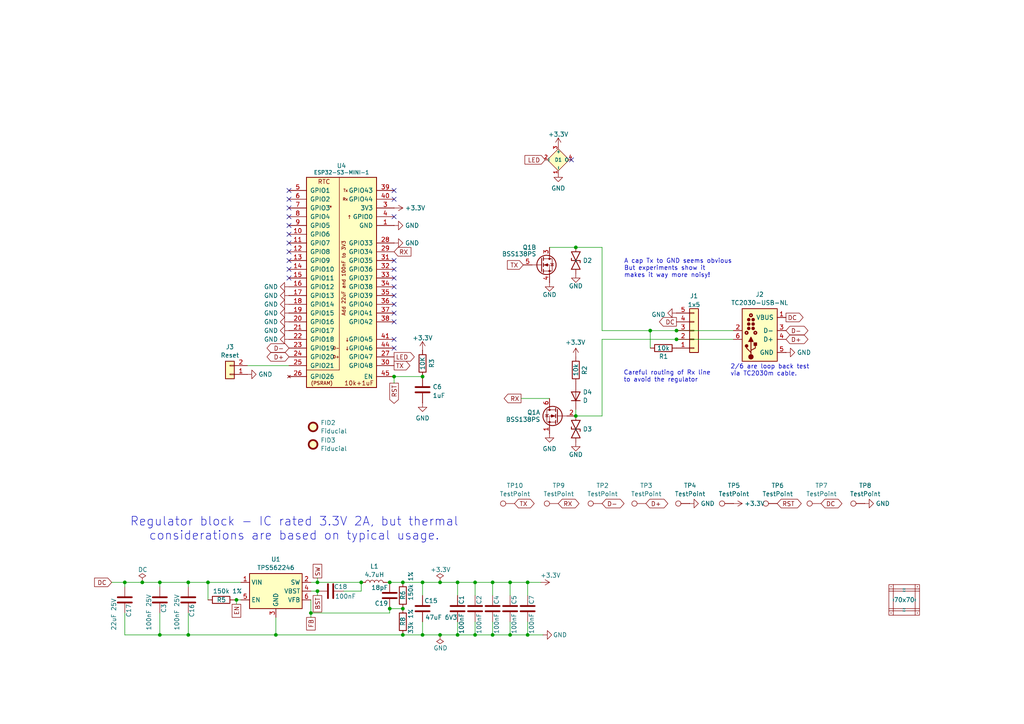
<source format=kicad_sch>
(kicad_sch (version 20250114) (generator "eeschema") (generator_version "9.0")
  (paper "A4")
  (title_block (title "Faikout") (rev "1") (comment 1 "@TheRealRevK") (comment 2 "www.me.uk"))
  (lib_symbols
    (symbol "Connector:TestPoint" (pin_numbers (hide yes)) (pin_names (offset 0.762) (hide yes))
      (property "Reference" "TP" (at 0 6.858 0))
      (property "Value" "TestPoint" (at 0 5.08 0))
      (symbol "TestPoint_0_1"
        (circle (center 0 3.302) (radius 0.762))
      )
      (symbol "TestPoint_1_1"
        (pin passive line (at 0 0 90) (length 2.54) (name "1") (number "1"))
      )
    )
    (symbol "Connector_Generic:Conn_01x02" (pin_names (offset 1.016) (hide yes))
      (property "Reference" "J" (at 0 2.54 0))
      (property "Value" "Conn_01x02" (at 0 -5.08 0))
      (symbol "Conn_01x02_1_1"
        (rectangle (start -1.27 1.27) (end 1.27 -3.81) (stroke (width 0.254)) (fill (type background)))
        (rectangle (start -1.27 0.127) (end 0 -0.127) (stroke (width 0.1524)))
        (rectangle (start -1.27 -2.413) (end 0 -2.667) (stroke (width 0.1524)))
        (pin passive line (at -5.08 0 0) (length 3.81) (name "Pin_1") (number "1"))
        (pin passive line (at -5.08 -2.54 0) (length 3.81) (name "Pin_2") (number "2"))
      )
    )
    (symbol "Connector_Generic:Conn_01x05" (pin_names (offset 1.016) (hide yes))
      (property "Reference" "J" (at 0 7.62 0))
      (property "Value" "Conn_01x05" (at 0 -7.62 0))
      (symbol "Conn_01x05_1_1"
        (rectangle (start -1.27 6.35) (end 1.27 -6.35) (stroke (width 0.254)) (fill (type background)))
        (rectangle (start -1.27 5.207) (end 0 4.953) (stroke (width 0.1524)))
        (rectangle (start -1.27 2.667) (end 0 2.413) (stroke (width 0.1524)))
        (rectangle (start -1.27 0.127) (end 0 -0.127) (stroke (width 0.1524)))
        (rectangle (start -1.27 -2.413) (end 0 -2.667) (stroke (width 0.1524)))
        (rectangle (start -1.27 -4.953) (end 0 -5.207) (stroke (width 0.1524)))
        (pin passive line (at -5.08 5.08 0) (length 3.81) (name "Pin_1") (number "1"))
        (pin passive line (at -5.08 2.54 0) (length 3.81) (name "Pin_2") (number "2"))
        (pin passive line (at -5.08 0 0) (length 3.81) (name "Pin_3") (number "3"))
        (pin passive line (at -5.08 -2.54 0) (length 3.81) (name "Pin_4") (number "4"))
        (pin passive line (at -5.08 -5.08 0) (length 3.81) (name "Pin_5") (number "5"))
      )
    )
    (symbol "Device:C" (pin_numbers (hide yes)) (pin_names (offset 0.254))
      (property "Reference" "C" (at 0.635 2.54 0))
      (property "Value" "C" (at 0.635 -2.54 0))
      (symbol "C_0_1"
        (polyline (pts (xy -2.032 0.762) (xy 2.032 0.762)) (stroke (width 0.508)))
        (polyline (pts (xy -2.032 -0.762) (xy 2.032 -0.762)) (stroke (width 0.508)))
      )
      (symbol "C_1_1"
        (pin passive line (at 0 3.81 270) (length 2.794) (name "~") (number "1"))
        (pin passive line (at 0 -3.81 90) (length 2.794) (name "~") (number "2"))
      )
    )
    (symbol "Device:D" (pin_numbers (hide yes)) (pin_names (offset 1.016) (hide yes))
      (property "Reference" "D" (at 0 2.54 0))
      (property "Value" "D" (at 0 -2.54 0))
      (symbol "D_0_1"
        (polyline (pts (xy -1.27 1.27) (xy -1.27 -1.27)) (stroke (width 0.254)))
        (polyline (pts (xy 1.27 1.27) (xy 1.27 -1.27) (xy -1.27 0) (xy 1.27 1.27)) (stroke (width 0.254)))
        (polyline (pts (xy 1.27 0) (xy -1.27 0)))
      )
      (symbol "D_1_1"
        (pin passive line (at -3.81 0 0) (length 2.54) (name "K") (number "1"))
        (pin passive line (at 3.81 0 180) (length 2.54) (name "A") (number "2"))
      )
    )
    (symbol "Device:L" (pin_numbers (hide yes)) (pin_names (offset 1.016) (hide yes))
      (property "Reference" "L" (at -1.27 0 90))
      (property "Value" "L" (at 1.905 0 90))
      (symbol "L_0_1"
        (arc (start 0 2.54) (mid 0.6323 1.905) (end 0 1.27))
        (arc (start 0 1.27) (mid 0.6323 0.635) (end 0 0))
        (arc (start 0 0) (mid 0.6323 -0.635) (end 0 -1.27))
        (arc (start 0 -1.27) (mid 0.6323 -1.905) (end 0 -2.54))
      )
      (symbol "L_1_1"
        (pin passive line (at 0 3.81 270) (length 1.27) (name "1") (number "1"))
        (pin passive line (at 0 -3.81 90) (length 1.27) (name "2") (number "2"))
      )
    )
    (symbol "Device:R" (pin_numbers (hide yes)) (pin_names (offset 0))
      (property "Reference" "R" (at 2.032 0 90))
      (property "Value" "R" (at 0 0 90))
      (symbol "R_0_1"
        (rectangle (start -1.016 -2.54) (end 1.016 2.54) (stroke (width 0.254)))
      )
      (symbol "R_1_1"
        (pin passive line (at 0 3.81 270) (length 1.27) (name "~") (number "1"))
        (pin passive line (at 0 -3.81 90) (length 1.27) (name "~") (number "2"))
      )
    )
    (symbol "Mechanical:Fiducial" (in_bom no)
      (property "Reference" "FID" (at 0 5.08 0))
      (property "Value" "Fiducial" (at 0 3.175 0))
      (symbol "Fiducial_0_1"
        (circle (center 0 0) (radius 1.27) (stroke (width 0.508)) (fill (type background)))
      )
    )
    (symbol "RevK:BSS138PS" (pin_names (hide yes))
      (property "Reference" "Q" (at 5.08 2.54 0))
      (property "Value" "BSS138PS" (at 5.08 0 0))
      (symbol "BSS138PS_1_1"
        (polyline (pts (xy 0.254 0) (xy -2.54 0)))
        (polyline (pts (xy 0.254 -1.905) (xy 0.254 1.905)) (stroke (width 0.254)))
        (polyline (pts (xy 0.762 1.778) (xy 3.302 1.778) (xy 3.302 -1.778) (xy 0.762 -1.778)))
        (polyline (pts (xy 0.762 1.27) (xy 0.762 2.286)) (stroke (width 0.254)))
        (polyline (pts (xy 0.762 -0.508) (xy 0.762 0.508)) (stroke (width 0.254)))
        (polyline (pts (xy 0.762 -2.286) (xy 0.762 -1.27)) (stroke (width 0.254)))
        (polyline (pts (xy 1.016 0) (xy 2.032 -0.381) (xy 2.032 0.381) (xy 1.016 0)) (fill (type outline)))
        (circle (center 1.651 0) (radius 2.794) (stroke (width 0.254)))
        (polyline (pts (xy 2.54 1.905) (xy 2.54 2.54)))
        (circle (center 2.54 1.778) (radius 0.254) (fill (type outline)))
        (circle (center 2.54 -1.778) (radius 0.254) (fill (type outline)))
        (polyline (pts (xy 2.54 -2.54) (xy 2.54 0) (xy 0.762 0)))
        (polyline (pts (xy 2.794 0.508) (xy 2.921 0.381) (xy 3.683 0.381) (xy 3.81 0.254)))
        (polyline (pts (xy 3.302 0.381) (xy 2.921 -0.254) (xy 3.683 -0.254) (xy 3.302 0.381)))
        (pin input line (at -5.08 0 0) (length 2.54) (name "GN") (number "2"))
        (pin passive line (at 2.54 5.08 270) (length 2.54) (name "DN") (number "6"))
        (pin passive line (at 2.54 -5.08 90) (length 2.54) (name "SN") (number "1"))
      )
      (symbol "BSS138PS_2_1"
        (polyline (pts (xy 0.254 0) (xy -2.54 0)))
        (polyline (pts (xy 0.254 -1.905) (xy 0.254 1.905)) (stroke (width 0.254)))
        (polyline (pts (xy 0.762 1.778) (xy 3.302 1.778) (xy 3.302 -1.778) (xy 0.762 -1.778)))
        (polyline (pts (xy 0.762 1.27) (xy 0.762 2.286)) (stroke (width 0.254)))
        (polyline (pts (xy 0.762 -0.508) (xy 0.762 0.508)) (stroke (width 0.254)))
        (polyline (pts (xy 0.762 -2.286) (xy 0.762 -1.27)) (stroke (width 0.254)))
        (polyline (pts (xy 1.016 0) (xy 2.032 -0.381) (xy 2.032 0.381) (xy 1.016 0)) (fill (type outline)))
        (circle (center 1.651 0) (radius 2.794) (stroke (width 0.254)))
        (polyline (pts (xy 2.54 1.905) (xy 2.54 2.54)))
        (circle (center 2.54 1.778) (radius 0.254) (fill (type outline)))
        (circle (center 2.54 -1.778) (radius 0.254) (fill (type outline)))
        (polyline (pts (xy 2.54 -2.54) (xy 2.54 0) (xy 0.762 0)))
        (polyline (pts (xy 2.794 0.508) (xy 2.921 0.381) (xy 3.683 0.381) (xy 3.81 0.254)))
        (polyline (pts (xy 3.302 0.381) (xy 2.921 -0.254) (xy 3.683 -0.254) (xy 3.302 0.381)))
        (pin input line (at -5.08 0 0) (length 2.54) (name "GP") (number "5"))
        (pin passive line (at 2.54 5.08 270) (length 2.54) (name "SP") (number "3"))
        (pin passive line (at 2.54 -5.08 90) (length 2.54) (name "DP") (number "4"))
      )
    )
    (symbol "RevK:ES05D1MC10" (pin_numbers (hide yes))
      (property "Reference" "D" (at 0 2.54 0))
      (symbol "ES05D1MC10_0_1"
        (polyline (pts (xy -2.54 1.27) (xy -2.54 -1.27) (xy 0 0) (xy -2.54 1.27)) (stroke (width 0.254)))
        (polyline (pts (xy 2.54 -1.27) (xy 2.54 1.27) (xy 0 0) (xy 2.54 -1.27)) (stroke (width 0.254)))
      )
      (symbol "ES05D1MC10_1_1"
        (polyline (pts (xy 0.635 1.27) (xy 0 1.27) (xy 0 -1.27) (xy -0.635 -1.27)) (stroke (width 0.254)))
        (pin passive line (at -3.81 0 0) (length 1.27) (name "~") (number "2"))
        (pin passive line (at 3.81 0 180) (length 1.27) (name "~") (number "1"))
      )
    )
    (symbol "RevK:ESP32-S3-MINI-1-N4R2" (pin_names (offset 1.016))
      (property "Reference" "U" (at 9.525 28.575 0))
      (property "Value" "ESP32-S3-MINI-1-N4R2" (at 0 31.115 0))
      (symbol "ESP32-S3-MINI-1-N4R2_0_0"
        (rectangle (start -10.16 30.48) (end 10.16 -30.48) (stroke (width 0.254)) (fill (type background)))
      )
      (symbol "ESP32-S3-MINI-1-N4R2_1_1"
        (polyline (pts (xy -10.16 -25.4) (xy -0.635 -25.4)))
        (polyline (pts (xy -0.635 30.48) (xy -0.635 -25.4)))
        (text "(PSRAM)" (at -5.715 -29.21 0) (effects (font (size 1 1))))
        (text "RTC" (at -5.08 29.21 0) (effects (font (size 1.27 1.27))))
        (text "*" (at -3.175 21.59 0) (effects (font (size 1.27 1.27))))
        (text "D-" (at -2.54 -19.05 0) (effects (font (size 0.8 0.8)) (justify left)))
        (text "D+" (at -2.54 -21.59 0) (effects (font (size 0.8 0.8)) (justify left)))
        (text "Add 22uF and 100nF to 3V3" (at 0.635 1.27 900) (effects (font (size 1 1))))
        (text "Tx" (at 1.905 26.67 0) (effects (font (size 0.8 0.8)) (justify right)))
        (text "Rx" (at 1.905 24.13 0) (effects (font (size 0.8 0.8)) (justify right)))
        (text "↓" (at 2.54 -16.51 0) (effects (font (size 1.27 1.27)) (justify right)))
        (text "↓" (at 2.54 -19.05 0) (effects (font (size 1.27 1.27)) (justify right)))
        (text "↑" (at 3.175 19.05 0) (effects (font (size 1.27 1.27)) (justify right)))
        (text "10k+1uF" (at 5.08 -29.21 0) (effects (font (size 1.27 1.27))))
        (pin passive line (at -15.24 26.67 0) (length 5.08) (name "GPIO1") (number "5"))
        (pin passive line (at -15.24 24.13 0) (length 5.08) (name "GPIO2") (number "6"))
        (pin passive line (at -15.24 21.59 0) (length 5.08) (name "GPIO3") (number "7"))
        (pin passive line (at -15.24 19.05 0) (length 5.08) (name "GPIO4") (number "8"))
        (pin passive line (at -15.24 16.51 0) (length 5.08) (name "GPIO5") (number "9"))
        (pin passive line (at -15.24 13.97 0) (length 5.08) (name "GPIO6") (number "10"))
        (pin passive line (at -15.24 11.43 0) (length 5.08) (name "GPIO7") (number "11"))
        (pin passive line (at -15.24 8.89 0) (length 5.08) (name "GPIO8") (number "12"))
        (pin passive line (at -15.24 6.35 0) (length 5.08) (name "GPIO9") (number "13"))
        (pin passive line (at -15.24 3.81 0) (length 5.08) (name "GPIO10") (number "14"))
        (pin passive line (at -15.24 1.27 0) (length 5.08) (name "GPIO11") (number "15"))
        (pin passive line (at -15.24 -1.27 0) (length 5.08) (name "GPIO12") (number "16"))
        (pin passive line (at -15.24 -3.81 0) (length 5.08) (name "GPIO13") (number "17"))
        (pin passive line (at -15.24 -6.35 0) (length 5.08) (name "GPIO14") (number "18"))
        (pin passive line (at -15.24 -8.89 0) (length 5.08) (name "GPIO15") (number "19"))
        (pin passive line (at -15.24 -11.43 0) (length 5.08) (name "GPIO16") (number "20"))
        (pin passive line (at -15.24 -13.97 0) (length 5.08) (name "GPIO17") (number "21"))
        (pin passive line (at -15.24 -16.51 0) (length 5.08) (name "GPIO18") (number "22"))
        (pin passive line (at -15.24 -19.05 0) (length 5.08) (name "GPIO19") (number "23"))
        (pin passive line (at -15.24 -21.59 0) (length 5.08) (name "GPIO20") (number "24"))
        (pin passive line (at -15.24 -24.13 0) (length 5.08) (name "GPIO21") (number "25"))
        (pin no_connect line (at -15.24 -27.305 0) (length 5.08) (name "GPIO26") (number "26"))
        (pin passive line (at 15.24 26.67 180) (length 5.08) (name "GPIO43") (number "39"))
        (pin passive line (at 15.24 24.13 180) (length 5.08) (name "GPIO44") (number "40"))
        (pin power_in line (at 15.24 21.59 180) (length 5.08) (name "3V3") (number "3"))
        (pin passive line (at 15.24 19.05 180) (length 5.08) (name "GPIO0") (number "4"))
        (pin power_in line (at 15.24 16.51 180) (length 5.08) (name "GND") (number "1"))
        (pin power_in line (at 15.24 16.51 180) (length 5.08) (hide yes) (name "GND") (number "2"))
        (pin power_in line (at 15.24 16.51 180) (length 5.08) (hide yes) (name "GND") (number "42"))
        (pin power_in line (at 15.24 16.51 180) (length 5.08) (hide yes) (name "GND") (number "43"))
        (pin power_in line (at 15.24 16.51 180) (length 5.08) (hide yes) (name "GND") (number "46"))
        (pin power_in line (at 15.24 16.51 180) (length 5.08) (hide yes) (name "GND") (number "47"))
        (pin power_in line (at 15.24 16.51 180) (length 5.08) (hide yes) (name "GND") (number "48"))
        (pin power_in line (at 15.24 16.51 180) (length 5.08) (hide yes) (name "GND") (number "49"))
        (pin power_in line (at 15.24 16.51 180) (length 5.08) (hide yes) (name "GND") (number "50"))
        (pin power_in line (at 15.24 16.51 180) (length 5.08) (hide yes) (name "GND") (number "51"))
        (pin power_in line (at 15.24 16.51 180) (length 5.08) (hide yes) (name "GND") (number "52"))
        (pin power_in line (at 15.24 16.51 180) (length 5.08) (hide yes) (name "GND") (number "53"))
        (pin power_in line (at 15.24 16.51 180) (length 5.08) (hide yes) (name "GND") (number "54"))
        (pin power_in line (at 15.24 16.51 180) (length 5.08) (hide yes) (name "GND") (number "55"))
        (pin power_in line (at 15.24 16.51 180) (length 5.08) (hide yes) (name "GND") (number "56"))
        (pin power_in line (at 15.24 16.51 180) (length 5.08) (hide yes) (name "GND") (number "57"))
        (pin power_in line (at 15.24 16.51 180) (length 5.08) (hide yes) (name "GND") (number "58"))
        (pin power_in line (at 15.24 16.51 180) (length 5.08) (hide yes) (name "GND") (number "59"))
        (pin power_in line (at 15.24 16.51 180) (length 5.08) (hide yes) (name "GND") (number "60"))
        (pin power_in line (at 15.24 16.51 180) (length 5.08) (hide yes) (name "GND") (number "61"))
        (pin power_in line (at 15.24 16.51 180) (length 5.08) (hide yes) (name "GND") (number "62"))
        (pin power_in line (at 15.24 16.51 180) (length 5.08) (hide yes) (name "GND") (number "63"))
        (pin power_in line (at 15.24 16.51 180) (length 5.08) (hide yes) (name "GND") (number "64"))
        (pin power_in line (at 15.24 16.51 180) (length 5.08) (hide yes) (name "GND") (number "65"))
        (pin passive line (at 15.24 11.43 180) (length 5.08) (name "GPIO33") (number "28"))
        (pin passive line (at 15.24 8.89 180) (length 5.08) (name "GPIO34") (number "29"))
        (pin passive line (at 15.24 6.35 180) (length 5.08) (name "GPIO35") (number "31"))
        (pin passive line (at 15.24 3.81 180) (length 5.08) (name "GPIO36") (number "32"))
        (pin passive line (at 15.24 1.27 180) (length 5.08) (name "GPIO37") (number "33"))
        (pin passive line (at 15.24 -1.27 180) (length 5.08) (name "GPIO38") (number "34"))
        (pin passive line (at 15.24 -3.81 180) (length 5.08) (name "GPIO39") (number "35"))
        (pin passive line (at 15.24 -6.35 180) (length 5.08) (name "GPIO40") (number "36"))
        (pin passive line (at 15.24 -8.89 180) (length 5.08) (name "GPIO41") (number "37"))
        (pin passive line (at 15.24 -11.43 180) (length 5.08) (name "GPIO42") (number "38"))
        (pin passive line (at 15.24 -16.51 180) (length 5.08) (name "GPIO45") (number "41"))
        (pin passive line (at 15.24 -19.05 180) (length 5.08) (name "GPIO46") (number "44"))
        (pin passive line (at 15.24 -21.59 180) (length 5.08) (name "GPIO47") (number "27"))
        (pin passive line (at 15.24 -24.13 180) (length 5.08) (name "GPIO48") (number "30"))
        (pin input line (at 15.24 -27.305 180) (length 5.08) (name "EN") (number "45"))
      )
    )
    (symbol "RevK:PCB" (in_bom no)
      (property "Value" "XxY" (at 0 0 0))
      (symbol "PCB_0_1"
        (rectangle (start -4.445 4.445) (end 4.445 -4.445))
        (circle (center -3.81 3.81) (radius 0.0001))
        (circle (center -3.81 -3.81) (radius 0.0001))
        (circle (center 3.81 3.81) (radius 0.0001))
        (circle (center 3.81 -3.81) (radius 0.0001))
      )
    )
    (symbol "RevK:TC2030-USB-NL-LB" (pin_names (offset 1.016)) (in_bom no)
      (property "Reference" "J" (at 0 10.922 0))
      (property "Value" "TC2030-USB-NL-LB" (at 0 8.89 0))
      (symbol "TC2030-USB-NL-LB_0_1"
        (rectangle (start -5.08 7.62) (end 5.08 -7.62) (stroke (width 0.254)) (fill (type background)))
        (circle (center -3.81 -3.175) (radius 0.381) (stroke (width 0.254)) (fill (type outline)))
        (circle (center -3.175 4.445) (radius 0.381) (stroke (width 0.254)) (fill (type outline)))
        (circle (center -3.175 3.175) (radius 0.381) (stroke (width 0.254)) (fill (type outline)))
        (circle (center -3.175 1.905) (radius 0.381) (stroke (width 0.254)) (fill (type outline)))
        (polyline (pts (xy -3.175 -1.905) (xy -1.905 -1.905) (xy -2.54 -0.635) (xy -3.175 -1.905)) (stroke (width 0.254)) (fill (type outline)))
        (polyline (pts (xy -2.54 -5.08) (xy -2.54 -4.445) (xy -1.27 -3.81) (xy -1.27 -2.54)) (stroke (width 0.254)))
        (polyline (pts (xy -2.54 -5.715) (xy -2.54 -5.08) (xy -3.81 -3.81) (xy -3.81 -3.175)) (stroke (width 0.254)))
        (circle (center -2.54 -6.35) (radius 0.635) (stroke (width 0.254)) (fill (type outline)))
        (circle (center -1.905 4.445) (radius 0.381) (stroke (width 0.254)) (fill (type outline)))
        (circle (center -1.905 3.175) (radius 0.381) (stroke (width 0.254)) (fill (type outline)))
        (circle (center -1.905 1.905) (radius 0.381) (stroke (width 0.254)) (fill (type outline)))
        (rectangle (start -1.651 -2.286) (end -0.889 -3.048) (stroke (width 0.254)) (fill (type outline)))
      )
      (symbol "TC2030-USB-NL-LB_1_1"
        (circle (center -3.81 0.635) (radius 0.381) (stroke (width 0.4)))
        (circle (center -2.54 5.715) (radius 0.381) (stroke (width 0.4)))
        (polyline (pts (xy -2.54 -4.445) (xy -2.54 -1.905)) (stroke (width 0.254)))
        (circle (center -1.27 0.635) (radius 0.381) (stroke (width 0.4)))
        (pin passive line (at -7.62 1.27 0) (length 2.54) (name "") (number "2"))
        (pin passive line (at -7.62 -1.27 0) (length 2.54) (name "") (number "6"))
        (pin passive line (at 7.62 5.08 180) (length 2.54) (name "VBUS") (number "1"))
        (pin bidirectional line (at 7.62 1.27 180) (length 2.54) (name "D-") (number "3"))
        (pin bidirectional line (at 7.62 -1.27 180) (length 2.54) (name "D+") (number "4"))
        (pin passive line (at 7.62 -5.08 180) (length 2.54) (name "GND") (number "5"))
      )
    )
    (symbol "RevK:TPS562246"
      (property "Reference" "U" (at -7.62 6.35 0))
      (property "Value" "TPS562246" (at -2.54 6.35 0))
      (symbol "TPS562246_0_1"
        (rectangle (start -7.62 5.08) (end 7.62 -5.08) (stroke (width 0.254)) (fill (type background)))
      )
      (symbol "TPS562246_1_1"
        (pin power_in line (at -10.16 2.54 0) (length 2.54) (name "VIN") (number "1"))
        (pin input line (at -10.16 -2.54 0) (length 2.54) (name "EN") (number "5"))
        (pin power_in line (at 0 -7.62 90) (length 2.54) (name "GND") (number "3"))
        (pin output line (at 10.16 2.54 180) (length 2.54) (name "SW") (number "2"))
        (pin passive line (at 10.16 0 180) (length 2.54) (name "VBST") (number "4"))
        (pin input line (at 10.16 -2.54 180) (length 2.54) (name "VFB") (number "6"))
      )
    )
    (symbol "RevK:VCUT" (in_bom no)
      (symbol "VCUT_0_1"
        (polyline (pts (xy -4.445 0) (xy 4.445 0)))
      )
    )
    (symbol "RevK:WS2812B-1.5mm" (pin_names (offset 0.254))
      (property "Reference" "D" (at 0 0 0))
      (symbol "WS2812B-1.5mm_1_1"
        (polyline (pts (xy 0 -3.175) (xy 3.175 0) (xy 0 3.175) (xy -3.175 0) (xy 0 -3.175)) (fill (type background)))
        (pin input line (at -3.81 0 0) (length 0.5) (name "I") (number "2"))
        (pin power_in line (at 0 3.81 270) (length 0.5) (name "+") (number "3"))
        (pin power_in line (at 0 -3.81 90) (length 0.5) (name "-") (number "1"))
        (pin output line (at 3.81 0 180) (length 0.5) (name "O") (number "4"))
      )
    )
    (symbol "power:+3.3V" (power) (pin_numbers (hide yes)) (pin_names (offset 0) (hide yes))
      (property "Value" "+3.3V" (at 0 3.556 0))
      (symbol "+3.3V_0_1"
        (polyline (pts (xy -0.762 1.27) (xy 0 2.54)))
        (polyline (pts (xy 0 2.54) (xy 0.762 1.27)))
        (polyline (pts (xy 0 0) (xy 0 2.54)))
      )
      (symbol "+3.3V_1_1"
        (pin power_in line (at 0 0 90) (length 0) (name "~") (number "1"))
      )
    )
    (symbol "power:GND" (power) (pin_numbers (hide yes)) (pin_names (offset 0) (hide yes))
      (property "Value" "GND" (at 0 -3.81 0))
      (symbol "GND_0_1"
        (polyline (pts (xy 0 0) (xy 0 -1.27) (xy 1.27 -1.27) (xy 0 -2.54) (xy -1.27 -1.27) (xy 0 -1.27)))
      )
      (symbol "GND_1_1"
        (pin power_in line (at 0 0 270) (length 0) (name "~") (number "1"))
      )
    )
    (symbol "power:PWR_FLAG" (power) (pin_numbers (hide yes)) (pin_names (offset 0) (hide yes))
      (property "Value" "PWR_FLAG" (at 0 3.81 0))
      (symbol "PWR_FLAG_0_0"
        (pin power_out line (at 0 0 90) (length 0) (name "~") (number "1"))
      )
      (symbol "PWR_FLAG_0_1"
        (polyline (pts (xy 0 0) (xy 0 1.27) (xy -1.016 1.905) (xy 0 2.54) (xy 1.016 1.905) (xy 0 1.27)))
      )
    )
  )
  (text "Careful routing of Rx line\nto avoid the regulator" (at 180.848 110.998 0) (effects (font (size 1.27 1.27)) (justify left bottom)))
  (text "2/6 are loop back test\nvia TC2030m cable." (at 211.836 109.22 0) (effects (font (size 1.27 1.27)) (justify left bottom)))
  (text "A cap Tx to GND seems obvious\nBut experiments show it\nmakes it way more noisy!" (at 180.975 80.645 0) (effects (font (size 1.27 1.27)) (justify left bottom)))
  (text "Regulator block - IC rated 3.3V 2A, but thermal\nconsiderations are based on typical usage." (at 85.344 153.416 0) (effects (font (size 2.54 2.54))))
  (junction (at 113.03 176.53))
  (junction (at 113.03 168.91))
  (junction (at 60.325 168.91))
  (junction (at 132.715 184.15))
  (junction (at 46.355 184.15))
  (junction (at 142.875 168.91))
  (junction (at 122.555 109.22))
  (junction (at 137.795 184.15))
  (junction (at 80.01 184.15))
  (junction (at 188.595 95.885))
  (junction (at 153.035 168.91))
  (junction (at 92.075 168.91))
  (junction (at 127.635 184.15))
  (junction (at 114.3 109.22))
  (junction (at 147.955 168.91))
  (junction (at 104.775 168.91))
  (junction (at 167.005 71.755))
  (junction (at 90.17 177.8))
  (junction (at 132.715 168.91))
  (junction (at 147.955 184.15))
  (junction (at 41.275 168.91))
  (junction (at 153.035 184.15))
  (junction (at 142.875 184.15))
  (junction (at 68.58 173.99))
  (junction (at 196.215 95.885))
  (junction (at 46.355 168.91))
  (junction (at 127.635 168.91))
  (junction (at 36.195 168.91))
  (junction (at 167.005 120.65))
  (junction (at 196.215 98.425))
  (junction (at 92.075 171.45))
  (junction (at 116.84 176.53))
  (junction (at 116.84 184.15))
  (junction (at 122.555 184.15))
  (junction (at 122.555 168.91))
  (junction (at 116.84 168.91))
  (junction (at 54.61 184.15))
  (junction (at 54.61 168.91))
  (junction (at 137.795 168.91))
  (no_connect (at 114.3 85.725))
  (no_connect (at 114.3 62.865))
  (no_connect (at 83.82 62.865))
  (no_connect (at 165.735 46.355))
  (no_connect (at 83.82 70.485))
  (no_connect (at 114.3 78.105))
  (no_connect (at 83.82 67.945))
  (no_connect (at 114.3 98.425))
  (no_connect (at 83.82 65.405))
  (no_connect (at 83.82 57.785))
  (no_connect (at 114.3 55.245))
  (no_connect (at 114.3 75.565))
  (no_connect (at 83.82 60.325))
  (no_connect (at 83.82 78.105))
  (no_connect (at 83.82 55.245))
  (no_connect (at 83.82 73.025))
  (no_connect (at 114.3 93.345))
  (no_connect (at 114.3 57.785))
  (no_connect (at 114.3 83.185))
  (no_connect (at 83.82 75.565))
  (no_connect (at 114.3 90.805))
  (no_connect (at 114.3 100.965))
  (no_connect (at 114.3 88.265))
  (no_connect (at 114.3 80.645))
  (no_connect (at 83.82 80.645))
  (wire (pts (xy 104.775 168.91) (xy 104.775 171.45)))
  (wire (pts (xy 92.075 167.64) (xy 92.075 168.91)))
  (wire (pts (xy 90.17 177.8) (xy 113.03 177.8)))
  (wire (pts (xy 46.355 184.15) (xy 36.195 184.15)))
  (wire (pts (xy 54.61 177.8) (xy 54.61 184.15)))
  (wire (pts (xy 68.58 175.26) (xy 68.58 173.99)))
  (wire (pts (xy 142.875 168.91) (xy 147.955 168.91)))
  (wire (pts (xy 41.275 168.91) (xy 46.355 168.91)))
  (wire (pts (xy 90.17 168.91) (xy 92.075 168.91)))
  (wire (pts (xy 174.625 98.425) (xy 174.625 120.65)))
  (wire (pts (xy 174.625 95.885) (xy 188.595 95.885)))
  (wire (pts (xy 137.795 168.91) (xy 142.875 168.91)))
  (wire (pts (xy 196.215 98.425) (xy 212.725 98.425)))
  (wire (pts (xy 122.555 168.91) (xy 127.635 168.91)))
  (wire (pts (xy 167.005 118.745) (xy 167.005 120.65)))
  (wire (pts (xy 113.03 176.53) (xy 116.84 176.53)))
  (wire (pts (xy 153.035 180.34) (xy 153.035 184.15)))
  (wire (pts (xy 147.955 184.15) (xy 153.035 184.15)))
  (wire (pts (xy 132.715 168.91) (xy 132.715 172.72)))
  (wire (pts (xy 137.795 180.34) (xy 137.795 184.15)))
  (wire (pts (xy 137.795 184.15) (xy 142.875 184.15)))
  (wire (pts (xy 46.355 177.8) (xy 46.355 184.15)))
  (wire (pts (xy 113.03 168.91) (xy 116.84 168.91)))
  (wire (pts (xy 116.84 184.15) (xy 122.555 184.15)))
  (wire (pts (xy 122.555 168.91) (xy 122.555 172.72)))
  (wire (pts (xy 90.17 177.8) (xy 90.17 179.07)))
  (wire (pts (xy 137.795 168.91) (xy 137.795 172.72)))
  (wire (pts (xy 90.17 171.45) (xy 92.075 171.45)))
  (wire (pts (xy 147.955 168.91) (xy 153.035 168.91)))
  (wire (pts (xy 46.355 168.91) (xy 46.355 170.18)))
  (wire (pts (xy 54.61 168.91) (xy 60.325 168.91)))
  (wire (pts (xy 132.715 168.91) (xy 137.795 168.91)))
  (wire (pts (xy 54.61 168.91) (xy 54.61 170.18)))
  (wire (pts (xy 167.005 120.65) (xy 174.625 120.65)))
  (wire (pts (xy 114.3 109.22) (xy 114.3 111.125)))
  (wire (pts (xy 90.17 173.99) (xy 90.17 177.8)))
  (wire (pts (xy 104.775 171.45) (xy 99.695 171.45)))
  (wire (pts (xy 116.84 168.91) (xy 122.555 168.91)))
  (wire (pts (xy 153.035 168.91) (xy 156.845 168.91)))
  (wire (pts (xy 92.075 171.45) (xy 92.075 172.72)))
  (wire (pts (xy 114.3 109.22) (xy 122.555 109.22)))
  (wire (pts (xy 68.58 173.99) (xy 69.85 173.99)))
  (wire (pts (xy 36.195 184.15) (xy 36.195 177.8)))
  (wire (pts (xy 122.555 184.15) (xy 122.555 180.34)))
  (wire (pts (xy 142.875 168.91) (xy 142.875 172.72)))
  (wire (pts (xy 113.03 177.8) (xy 113.03 176.53)))
  (wire (pts (xy 60.325 168.91) (xy 69.85 168.91)))
  (wire (pts (xy 188.595 95.885) (xy 196.215 95.885)))
  (wire (pts (xy 60.325 168.91) (xy 60.325 173.99)))
  (wire (pts (xy 80.01 184.15) (xy 80.01 179.07)))
  (wire (pts (xy 196.215 95.885) (xy 212.725 95.885)))
  (wire (pts (xy 167.005 71.755) (xy 174.625 71.755)))
  (wire (pts (xy 174.625 98.425) (xy 196.215 98.425)))
  (wire (pts (xy 54.61 184.15) (xy 46.355 184.15)))
  (wire (pts (xy 36.195 168.91) (xy 36.195 170.18)))
  (wire (pts (xy 153.035 184.15) (xy 157.48 184.15)))
  (wire (pts (xy 142.875 180.34) (xy 142.875 184.15)))
  (wire (pts (xy 46.355 168.91) (xy 54.61 168.91)))
  (wire (pts (xy 80.01 184.15) (xy 116.84 184.15)))
  (wire (pts (xy 71.755 106.045) (xy 83.82 106.045)))
  (wire (pts (xy 127.635 184.15) (xy 122.555 184.15)))
  (wire (pts (xy 137.795 184.15) (xy 132.715 184.15)))
  (wire (pts (xy 112.395 168.91) (xy 113.03 168.91)))
  (wire (pts (xy 147.955 180.34) (xy 147.955 184.15)))
  (wire (pts (xy 142.875 184.15) (xy 147.955 184.15)))
  (wire (pts (xy 32.385 168.91) (xy 36.195 168.91)))
  (wire (pts (xy 127.635 168.91) (xy 132.715 168.91)))
  (wire (pts (xy 67.945 173.99) (xy 68.58 173.99)))
  (wire (pts (xy 159.385 71.755) (xy 167.005 71.755)))
  (wire (pts (xy 132.715 180.34) (xy 132.715 184.15)))
  (wire (pts (xy 153.035 168.91) (xy 153.035 172.72)))
  (wire (pts (xy 80.01 184.15) (xy 54.61 184.15)))
  (wire (pts (xy 174.625 71.755) (xy 174.625 95.885)))
  (wire (pts (xy 36.195 168.91) (xy 41.275 168.91)))
  (wire (pts (xy 188.595 100.965) (xy 188.595 95.885)))
  (wire (pts (xy 92.075 168.91) (xy 104.775 168.91)))
  (wire (pts (xy 132.715 184.15) (xy 127.635 184.15)))
  (wire (pts (xy 147.955 168.91) (xy 147.955 172.72)))
  (wire (pts (xy 151.13 115.57) (xy 159.385 115.57)))
  (global_label "DC" (shape bidirectional) (at 238.125 146.05 0) (property "Intersheetrefs" "${INTERSHEET_REFS}" (effects (hide yes))))
  (global_label "D+" (shape bidirectional) (at 187.325 146.05 0) (property "Intersheetrefs" "${INTERSHEET_REFS}" (effects (hide yes))))
  (global_label "DC" (shape input) (at 32.385 168.91 180) (property "Intersheetrefs" "${INTERSHEET_REFS}" (effects (hide yes))))
  (global_label "D-" (shape bidirectional) (at 227.965 95.885 0) (property "Intersheetrefs" "${INTERSHEET_REFS}" (effects (hide yes))))
  (global_label "RST" (shape bidirectional) (at 225.425 146.05 0) (property "Intersheetrefs" "${INTERSHEET_REFS}" (effects (hide yes))))
  (global_label "D-" (shape bidirectional) (at 83.82 100.965 180) (property "Intersheetrefs" "${INTERSHEET_REFS}" (effects (hide yes))))
  (global_label "D+" (shape bidirectional) (at 227.965 98.425 0) (property "Intersheetrefs" "${INTERSHEET_REFS}" (effects (hide yes))))
  (global_label "TX" (shape bidirectional) (at 149.225 146.05 0) (property "Intersheetrefs" "${INTERSHEET_REFS}" (effects (hide yes))))
  (global_label "LED" (shape input) (at 158.115 46.355 180) (property "Intersheetrefs" "${INTERSHEET_REFS}" (effects (hide yes))))
  (global_label "EN" (shape passive) (at 68.58 175.26 270) (property "Intersheetrefs" "${INTERSHEET_REFS}" (effects (hide yes))))
  (global_label "FB" (shape passive) (at 90.17 179.07 270) (property "Intersheetrefs" "${INTERSHEET_REFS}" (effects (hide yes))))
  (global_label "D+" (shape bidirectional) (at 83.82 103.505 180) (property "Intersheetrefs" "${INTERSHEET_REFS}" (effects (hide yes))))
  (global_label "RST" (shape output) (at 114.3 111.125 270) (property "Intersheetrefs" "${INTERSHEET_REFS}" (effects (hide yes))))
  (global_label "DC" (shape output) (at 227.965 92.075 0) (property "Intersheetrefs" "${INTERSHEET_REFS}" (effects (hide yes))))
  (global_label "SW" (shape passive) (at 92.075 167.64 90) (property "Intersheetrefs" "${INTERSHEET_REFS}" (effects (hide yes))))
  (global_label "TX" (shape input) (at 151.765 76.835 180) (property "Intersheetrefs" "${INTERSHEET_REFS}" (effects (hide yes))))
  (global_label "BST" (shape passive) (at 92.075 172.72 270) (property "Intersheetrefs" "${INTERSHEET_REFS}" (effects (hide yes))))
  (global_label "TX" (shape output) (at 114.3 106.045 0) (property "Intersheetrefs" "${INTERSHEET_REFS}" (effects (hide yes))))
  (global_label "DC" (shape output) (at 196.215 93.345 180) (property "Intersheetrefs" "${INTERSHEET_REFS}" (effects (hide yes))))
  (global_label "RX" (shape bidirectional) (at 161.925 146.05 0) (property "Intersheetrefs" "${INTERSHEET_REFS}" (effects (hide yes))))
  (global_label "RX" (shape input) (at 114.3 73.025 0) (property "Intersheetrefs" "${INTERSHEET_REFS}" (effects (hide yes))))
  (global_label "RX" (shape output) (at 151.13 115.57 180) (property "Intersheetrefs" "${INTERSHEET_REFS}" (effects (hide yes))))
  (global_label "LED" (shape output) (at 114.3 103.505 0) (property "Intersheetrefs" "${INTERSHEET_REFS}" (effects (hide yes))))
  (global_label "D-" (shape bidirectional) (at 174.625 146.05 0) (property "Intersheetrefs" "${INTERSHEET_REFS}" (effects (hide yes))))
  (symbol (lib_id "power:+3.3V") (at 122.555 101.6 0) (unit 1)
    (property "Reference" "#PWR014" (effects (hide yes)))
    (property "Value" "+3.3V" (at 122.555 98.0242 0))
    (property "Description" "Power symbol creates a global label with name \"+3.3V\"" (effects (hide yes)))
  )
  (symbol (lib_id "RevK:ES05D1MC10") (at 167.005 124.46 270) (unit 1)
    (property "Reference" "D3" (at 169.037 124.46 90) (effects (justify left)))
    (property "Value" "~" (at 167.005 124.46 0))
    (property "Footprint" "RevK:DFN1006-2L" (effects (hide yes)))
    (property "MPN" "C5137770" (effects (hide yes)))
    (property "MPN" "C5137770" (effects (hide yes)))
  )
  (symbol (lib_id "RevK:VCUT") (at 262.255 170.815 0) (unit 1) (exclude_from_sim yes) (in_bom no)
    (property "Reference" "V3" (effects (hide yes)))
    (property "Value" "~" (at 262.255 170.815 0))
    (property "Footprint" "RevK:VCUT70N" (effects (hide yes)))
  )
  (symbol (lib_id "Device:C") (at 46.355 173.99 0) (unit 1)
    (property "Reference" "C3" (at 47.498 177.8 90) (effects (justify left)))
    (property "Value" "100nF 25V" (at 43.18 182.88 90) (effects (justify left)))
    (property "Footprint" "RevK:C_0402" (effects (hide yes)))
    (property "Description" "Unpolarized capacitor" (effects (hide yes)))
    (property "MPN" "C56392" (effects (hide yes)))
  )
  (symbol (lib_id "power:GND") (at 161.925 50.165 0) (unit 1)
    (property "Reference" "#PWR023" (effects (hide yes)))
    (property "Value" "GND" (at 161.925 54.6084 0))
    (property "Description" "Power symbol creates a global label with name \"GND\" , ground" (effects (hide yes)))
  )
  (symbol (lib_id "Connector:TestPoint") (at 174.625 146.05 90) (unit 1) (in_bom no)
    (property "Reference" "TP2" (at 174.752 140.8317 90))
    (property "Value" "TestPoint" (at 174.752 143.256 90))
    (property "Footprint" "RevK:PAD-2mm" (effects (hide yes)))
    (property "Description" "test point" (effects (hide yes)))
  )
  (symbol (lib_id "power:GND") (at 83.82 90.805 270) (unit 1)
    (property "Reference" "#PWR01" (effects (hide yes)))
    (property "Value" "GND" (at 80.6451 90.805 90) (effects (justify right)))
    (property "Description" "Power symbol creates a global label with name \"GND\" , ground" (effects (hide yes)))
  )
  (symbol (lib_id "power:GND") (at 83.82 88.265 270) (unit 1)
    (property "Reference" "#PWR019" (effects (hide yes)))
    (property "Value" "GND" (at 80.6451 88.265 90) (effects (justify right)))
    (property "Description" "Power symbol creates a global label with name \"GND\" , ground" (effects (hide yes)))
  )
  (symbol (lib_id "Device:R") (at 116.84 172.72 0) (unit 1)
    (property "Reference" "R6" (at 116.84 173.99 90) (effects (justify left)))
    (property "Value" "150k 1%" (at 119.126 174.244 90) (effects (justify left)))
    (property "Footprint" "RevK:R_0201" (effects (hide yes)))
    (property "Description" "Resistor" (effects (hide yes)))
    (property "MPN" "C310173" (effects (hide yes)))
  )
  (symbol (lib_id "power:GND") (at 196.215 90.805 270) (unit 1)
    (property "Reference" "#PWR09" (effects (hide yes)))
    (property "Value" "GND" (at 193.0401 91.2388 90) (effects (justify right)))
    (property "Description" "Power symbol creates a global label with name \"GND\" , ground" (effects (hide yes)))
  )
  (symbol (lib_id "power:GND") (at 83.82 83.185 270) (unit 1)
    (property "Reference" "#PWR021" (effects (hide yes)))
    (property "Value" "GND" (at 80.6451 83.185 90) (effects (justify right)))
    (property "Description" "Power symbol creates a global label with name \"GND\" , ground" (effects (hide yes)))
  )
  (symbol (lib_id "RevK:BSS138PS") (at 156.845 76.835 0) (unit 2)
    (property "Reference" "Q1" (at 155.575 71.755 0) (effects (justify right)))
    (property "Value" "BSS138PS" (at 155.575 73.66 0) (effects (justify right)))
    (property "Footprint" "RevK:SOT-363_SC-70-6" (effects (hide yes)))
    (property "Datasheet" "https://datasheet.lcsc.com/lcsc/1810011113_Nexperia-BSS138PS-115_C193381.pdf" (effects (hide yes)))
    (property "Description" "60 V, 320 mA dual N-channel Trench MOSFET" (effects (hide yes)))
    (property "MPN" "C193381" (effects (hide yes)))
  )
  (symbol (lib_id "Device:C") (at 54.61 173.99 0) (unit 1)
    (property "Reference" "C16" (at 55.626 179.07 90) (effects (justify left)))
    (property "Value" "100nF 25V" (at 51.308 182.88 90) (effects (justify left)))
    (property "Footprint" "RevK:C_0402" (effects (hide yes)))
    (property "Description" "Unpolarized capacitor" (effects (hide yes)))
    (property "MPN" "C56392" (effects (hide yes)))
  )
  (symbol (lib_id "Device:R") (at 64.135 173.99 270) (unit 1)
    (property "Reference" "R5" (at 62.865 173.99 90) (effects (justify left)))
    (property "Value" "150k 1%" (at 61.722 171.45 90) (effects (justify left)))
    (property "Footprint" "RevK:R_0201" (effects (hide yes)))
    (property "Description" "Resistor" (effects (hide yes)))
    (property "MPN" "C310173" (effects (hide yes)))
  )
  (symbol (lib_id "Device:R") (at 116.84 180.34 0) (unit 1)
    (property "Reference" "R8" (at 116.84 181.61 90) (effects (justify left)))
    (property "Value" "33k 1%" (at 119.126 183.896 90) (effects (justify left)))
    (property "Footprint" "RevK:R_0201" (effects (hide yes)))
    (property "Description" "Resistor" (effects (hide yes)))
    (property "MPN" "C320835" (effects (hide yes)))
  )
  (symbol (lib_id "power:PWR_FLAG") (at 41.275 168.91 0) (unit 1)
    (property "Reference" "#FLG01" (effects (hide yes)))
    (property "Value" "DC" (at 41.402 165.227 0))
    (property "Description" "Special symbol for telling ERC where power comes from" (effects (hide yes)))
  )
  (symbol (lib_id "power:GND") (at 122.555 116.84 0) (unit 1)
    (property "Reference" "#PWR015" (effects (hide yes)))
    (property "Value" "GND" (at 122.555 121.2834 0))
    (property "Description" "Power symbol creates a global label with name \"GND\" , ground" (effects (hide yes)))
  )
  (symbol (lib_id "Device:L") (at 108.585 168.91 90) (unit 1)
    (property "Reference" "L1" (at 108.585 164.2602 90))
    (property "Value" "4.7uH" (at 108.585 166.6845 90))
    (property "Footprint" "RevK:L_5x5" (effects (hide yes)))
    (property "Description" "Inductor" (effects (hide yes)))
    (property "MPN" "C307876" (effects (hide yes)))
  )
  (symbol (lib_id "Mechanical:Fiducial") (at 90.805 123.825 0) (unit 1) (in_bom no)
    (property "Reference" "FID2" (at 92.964 122.6128 0) (effects (justify left)))
    (property "Value" "Fiducial" (at 92.964 125.0371 0) (effects (justify left)))
    (property "Footprint" "Fiducial:Fiducial_1mm_Mask2mm" (effects (hide yes)))
    (property "Description" "Fiducial Marker" (effects (hide yes)))
  )
  (symbol (lib_id "RevK:TPS562246") (at 80.01 171.45 0) (unit 1)
    (property "Reference" "U1" (at 80.01 162.2255 0))
    (property "Value" "TPS562246" (at 80.01 164.6498 0))
    (property "Footprint" "RevK:SOT-563" (effects (hide yes)))
    (property "Datasheet" "https://www.ti.com/lit/ds/symlink/tps562246.pdf" (effects (hide yes)))
    (property "Description" "2A Synchronous Step-Down Voltage Regulator 580kHz, adjustable output voltage, 4.5-17V Input Voltage, 0.804V-7V Output Voltage, SOT-563" (effects (hide yes)))
    (property "MPN" "C41833479" (effects (hide yes)))
    (property "Rotation Offset" "180" (effects (hide yes)))
  )
  (symbol (lib_id "Device:C") (at 137.795 176.53 180) (unit 1)
    (property "Reference" "C2" (at 138.938 173.99 90))
    (property "Value" "100nF" (at 138.938 180.848 90))
    (property "Footprint" "RevK:C_0201" (effects (hide yes)))
    (property "Description" "Unpolarized capacitor" (effects (hide yes)))
    (property "MPN" "C76934" (effects (hide yes)))
  )
  (symbol (lib_id "power:+3.3V") (at 114.3 60.325 270) (unit 1)
    (property "Reference" "#PWR012" (effects (hide yes)))
    (property "Value" "+3.3V" (at 117.475 60.325 90) (effects (justify left)))
    (property "Description" "Power symbol creates a global label with name \"+3.3V\"" (effects (hide yes)))
  )
  (symbol (lib_id "Device:C") (at 153.035 176.53 180) (unit 1)
    (property "Reference" "C7" (at 154.178 173.99 90))
    (property "Value" "100nF" (at 154.178 180.848 90))
    (property "Footprint" "RevK:C_0201" (effects (hide yes)))
    (property "Description" "Unpolarized capacitor" (effects (hide yes)))
    (property "MPN" "C76934" (effects (hide yes)))
  )
  (symbol (lib_id "RevK:VCUT") (at 259.08 173.99 90) (unit 1) (exclude_from_sim yes) (in_bom no)
    (property "Reference" "V5" (effects (hide yes)))
    (property "Value" "~" (at 259.08 173.99 0))
    (property "Footprint" "RevK:VCUT70N" (effects (hide yes)))
  )
  (symbol (lib_id "RevK:TC2030-USB-NL-LB") (at 220.345 97.155 0) (unit 1) (in_bom no)
    (property "Reference" "J2" (at 220.345 85.3905 0))
    (property "Value" "TC2030-USB-NL" (at 220.345 87.8148 0))
    (property "Footprint" "RevK:Tag-Connect_TC2030-IDC-NL_2x03_P1.27mm_Vertical" (effects (hide yes)))
    (property "Description" "TC2030-USB-NL" (effects (hide yes)))
  )
  (symbol (lib_id "power:GND") (at 114.3 65.405 90) (unit 1)
    (property "Reference" "#PWR013" (effects (hide yes)))
    (property "Value" "GND" (at 117.475 65.405 90) (effects (justify right)))
    (property "Description" "Power symbol creates a global label with name \"GND\" , ground" (effects (hide yes)))
  )
  (symbol (lib_id "RevK:VCUT") (at 262.255 177.165 0) (unit 1) (exclude_from_sim yes) (in_bom no)
    (property "Reference" "V4" (effects (hide yes)))
    (property "Value" "~" (at 262.255 177.165 0))
    (property "Footprint" "RevK:VCUT70N" (effects (hide yes)))
  )
  (symbol (lib_id "RevK:PCB") (at 262.255 173.99 0) (unit 1) (in_bom no)
    (property "Reference" "PCB1" (effects (hide yes)))
    (property "Value" "70x70" (at 262.255 173.99 0))
    (property "Footprint" "RevK:PCB7070" (effects (hide yes)))
  )
  (symbol (lib_id "power:GND") (at 83.82 95.885 270) (unit 1)
    (property "Reference" "#PWR010" (effects (hide yes)))
    (property "Value" "GND" (at 80.6451 95.885 90) (effects (justify right)))
    (property "Description" "Power symbol creates a global label with name \"GND\" , ground" (effects (hide yes)))
  )
  (symbol (lib_id "power:GND") (at 83.82 93.345 270) (unit 1)
    (property "Reference" "#PWR07" (effects (hide yes)))
    (property "Value" "GND" (at 80.6451 93.345 90) (effects (justify right)))
    (property "Description" "Power symbol creates a global label with name \"GND\" , ground" (effects (hide yes)))
  )
  (symbol (lib_id "power:GND") (at 83.82 98.425 270) (unit 1)
    (property "Reference" "#PWR026" (effects (hide yes)))
    (property "Value" "GND" (at 80.6451 98.425 90) (effects (justify right)))
    (property "Description" "Power symbol creates a global label with name \"GND\" , ground" (effects (hide yes)))
  )
  (symbol (lib_id "RevK:VCUT") (at 262.255 176.53 0) (unit 1) (exclude_from_sim yes) (in_bom no)
    (property "Reference" "V2" (effects (hide yes)))
    (property "Value" "~" (at 262.255 176.53 0))
    (property "Footprint" "RevK:VCUT70N" (effects (hide yes)))
  )
  (symbol (lib_id "RevK:ES05D1MC10") (at 167.005 75.565 270) (unit 1)
    (property "Reference" "D2" (at 169.037 75.565 90) (effects (justify left)))
    (property "Value" "~" (at 167.005 75.565 0))
    (property "Footprint" "RevK:DFN1006-2L" (effects (hide yes)))
    (property "MPN" "C5137770" (effects (hide yes)))
  )
  (symbol (lib_id "RevK:BSS138PS") (at 161.925 120.65 0) (mirror y) (unit 1)
    (property "Reference" "Q1" (at 156.718 119.626 0) (effects (justify left)))
    (property "Value" "BSS138PS" (at 156.718 121.674 0) (effects (justify left)))
    (property "Footprint" "RevK:SOT-363_SC-70-6" (effects (hide yes)))
    (property "Datasheet" "https://datasheet.lcsc.com/lcsc/1810011113_Nexperia-BSS138PS-115_C193381.pdf" (effects (hide yes)))
    (property "Description" "60 V, 320 mA dual N-channel Trench MOSFET" (effects (hide yes)))
    (property "MPN" "C193381" (effects (hide yes)))
  )
  (symbol (lib_id "power:+3.3V") (at 156.845 168.91 270) (unit 1)
    (property "Reference" "#PWR029" (effects (hide yes)))
    (property "Value" "+3.3V" (at 156.718 166.878 90) (effects (justify left)))
    (property "Description" "Power symbol creates a global label with name \"+3.3V\"" (effects (hide yes)))
  )
  (symbol (lib_id "power:PWR_FLAG") (at 127.635 168.91 0) (unit 1)
    (property "Reference" "#FLG02" (effects (hide yes)))
    (property "Value" "+3.3V" (at 127.762 165.227 0))
    (property "Description" "Special symbol for telling ERC where power comes from" (effects (hide yes)))
  )
  (symbol (lib_id "power:GND") (at 200.025 146.05 90) (unit 1)
    (property "Reference" "#PWR02" (effects (hide yes)))
    (property "Value" "GND" (at 203.2 146.05 90) (effects (justify right)))
    (property "Description" "Power symbol creates a global label with name \"GND\" , ground" (effects (hide yes)))
  )
  (symbol (lib_id "Connector_Generic:Conn_01x02") (at 66.675 108.585 180) (unit 1) (in_bom no)
    (property "Reference" "J3" (at 66.675 100.6305 0))
    (property "Value" "Reset" (at 66.675 103.0548 0))
    (property "Footprint" "RevK:AA-Pad" (effects (hide yes)))
    (property "Description" "Generic connector, single row, 01x02, script generated (kicad-library-utils/schlib/autogen/connector/)" (effects (hide yes)))
  )
  (symbol (lib_id "Connector:TestPoint") (at 212.725 146.05 90) (unit 1) (in_bom no)
    (property "Reference" "TP5" (at 212.852 140.8317 90))
    (property "Value" "TestPoint" (at 212.852 143.256 90))
    (property "Footprint" "RevK:PAD-2mm" (effects (hide yes)))
    (property "Description" "test point" (effects (hide yes)))
  )
  (symbol (lib_id "RevK:VCUT") (at 265.43 173.99 90) (unit 1) (exclude_from_sim yes) (in_bom no)
    (property "Reference" "V6" (effects (hide yes)))
    (property "Value" "~" (at 265.43 173.99 0))
    (property "Footprint" "RevK:VCUT70N" (effects (hide yes)))
  )
  (symbol (lib_id "RevK:VCUT") (at 262.255 171.45 0) (unit 1) (exclude_from_sim yes) (in_bom no)
    (property "Reference" "V1" (effects (hide yes)))
    (property "Value" "~" (at 262.255 171.45 0))
    (property "Footprint" "RevK:VCUT70N" (effects (hide yes)))
  )
  (symbol (lib_id "power:GND") (at 114.3 70.485 90) (unit 1)
    (property "Reference" "#PWR025" (effects (hide yes)))
    (property "Value" "GND" (at 117.475 70.485 90) (effects (justify right)))
    (property "Description" "Power symbol creates a global label with name \"GND\" , ground" (effects (hide yes)))
  )
  (symbol (lib_id "Device:D") (at 167.005 114.935 90) (unit 1)
    (property "Reference" "D4" (at 169.037 113.7228 90) (effects (justify right)))
    (property "Value" "D" (at 169.037 116.1471 90) (effects (justify right)))
    (property "Footprint" "RevK:D_0402" (effects (hide yes)))
    (property "Description" "Diode" (effects (hide yes)))
    (property "Sim.Device" "D" (effects (hide yes)))
    (property "Sim.Pins" "1=K 2=A" (effects (hide yes)))
    (property "MPN" "C28642302" (effects (hide yes)))
  )
  (symbol (lib_id "Device:C") (at 142.875 176.53 180) (unit 1)
    (property "Reference" "C4" (at 144.018 173.99 90))
    (property "Value" "100nF" (at 144.018 180.848 90))
    (property "Footprint" "RevK:C_0201" (effects (hide yes)))
    (property "Description" "Unpolarized capacitor" (effects (hide yes)))
    (property "MPN" "C76934" (effects (hide yes)))
  )
  (symbol (lib_id "power:GND") (at 227.965 102.235 90) (unit 1)
    (property "Reference" "#PWR016" (effects (hide yes)))
    (property "Value" "GND" (at 231.14 102.235 90) (effects (justify right)))
    (property "Description" "Power symbol creates a global label with name \"GND\" , ground" (effects (hide yes)))
  )
  (symbol (lib_id "Device:R") (at 192.405 100.965 270) (unit 1)
    (property "Reference" "R1" (at 193.802 103.378 90) (effects (justify right)))
    (property "Value" "10k" (at 192.405 100.965 90))
    (property "Footprint" "RevK:R_0201" (effects (hide yes)))
    (property "Description" "Resistor" (effects (hide yes)))
    (property "MPN" "C106225" (effects (hide yes)))
  )
  (symbol (lib_id "Connector:TestPoint") (at 200.025 146.05 90) (unit 1) (in_bom no)
    (property "Reference" "TP4" (at 200.152 140.8317 90))
    (property "Value" "TestPoint" (at 200.152 143.256 90))
    (property "Footprint" "RevK:PAD-2mm" (effects (hide yes)))
    (property "Description" "test point" (effects (hide yes)))
  )
  (symbol (lib_id "power:+3.3V") (at 212.725 146.05 270) (unit 1)
    (property "Reference" "#PWR04" (effects (hide yes)))
    (property "Value" "+3.3V" (at 215.9 146.05 90) (effects (justify left)))
    (property "Description" "Power symbol creates a global label with name \"+3.3V\"" (effects (hide yes)))
  )
  (symbol (lib_id "power:+3.3V") (at 161.925 42.545 0) (unit 1)
    (property "Reference" "#PWR022" (effects (hide yes)))
    (property "Value" "+3.3V" (at 161.925 38.9692 0))
    (property "Description" "Power symbol creates a global label with name \"+3.3V\"" (effects (hide yes)))
  )
  (symbol (lib_id "Device:C") (at 122.555 176.53 0) (unit 1)
    (property "Reference" "C15" (at 123.063 174.244 0) (effects (justify left)))
    (property "Value" "47uF 6V3" (at 123.317 179.07 0) (effects (justify left)))
    (property "Footprint" "RevK:C_0805" (effects (hide yes)))
    (property "Description" "Unpolarized capacitor" (effects (hide yes)))
    (property "MPN" "C16780" (effects (hide yes)))
  )
  (symbol (lib_id "Device:C") (at 113.03 172.72 180) (unit 1)
    (property "Reference" "C19" (at 110.617 175.006 0))
    (property "Value" "18pF" (at 110.109 170.434 0))
    (property "Footprint" "RevK:C_0201" (effects (hide yes)))
    (property "Description" "Unpolarized capacitor" (effects (hide yes)))
    (property "MPN" "C62164" (effects (hide yes)))
  )
  (symbol (lib_id "power:GND") (at 159.385 125.73 0) (unit 1)
    (property "Reference" "#PWR0102" (effects (hide yes)))
    (property "Value" "GND" (at 159.385 130.1734 0))
    (property "Description" "Power symbol creates a global label with name \"GND\" , ground" (effects (hide yes)))
  )
  (symbol (lib_id "RevK:WS2812B-1.5mm") (at 161.925 46.355 0) (unit 1)
    (property "Reference" "D1" (at 161.925 46.355 0) (effects (font (size 1 1))))
    (property "Value" "XL-1615RGBC-2812B" (effects (hide yes)))
    (property "Footprint" "RevK:SMD1615" (effects (hide yes)))
    (property "Datasheet" "https://www.lcsc.com/datasheet/C5349954.pdf" (effects (hide yes)))
    (property "Description" "RGB LED with integrated controller" (effects (hide yes)))
    (property "MPN" "C5349954" (effects (hide yes)))
  )
  (symbol (lib_id "Connector_Generic:Conn_01x05") (at 201.295 95.885 0) (mirror x) (unit 1)
    (property "Reference" "J1" (at 201.295 85.8352 0))
    (property "Value" "1x5" (at 201.295 88.3721 0))
    (property "Footprint" "RevK:JST_EH_S5B-EH_1x05_P2.50mm_Horizontal" (effects (hide yes)))
    (property "Description" "Generic connector, single row, 01x05, script generated (kicad-library-utils/schlib/autogen/connector/)" (effects (hide yes)))
    (property "MPN" "C265103" (effects (hide yes)))
  )
  (symbol (lib_id "power:GND") (at 157.48 184.15 90) (unit 1)
    (property "Reference" "#PWR0108" (effects (hide yes)))
    (property "Value" "GND" (at 164.465 184.15 90) (effects (justify left)))
    (property "Description" "Power symbol creates a global label with name \"GND\" , ground" (effects (hide yes)))
  )
  (symbol (lib_id "power:+3.3V") (at 167.005 103.505 0) (unit 1)
    (property "Reference" "#PWR028" (effects (hide yes)))
    (property "Value" "+3.3V" (at 166.878 99.314 0))
    (property "Description" "Power symbol creates a global label with name \"+3.3V\"" (effects (hide yes)))
  )
  (symbol (lib_id "power:GND") (at 250.825 146.05 90) (unit 1)
    (property "Reference" "#PWR05" (effects (hide yes)))
    (property "Value" "GND" (at 254 146.05 90) (effects (justify right)))
    (property "Description" "Power symbol creates a global label with name \"GND\" , ground" (effects (hide yes)))
  )
  (symbol (lib_id "Connector:TestPoint") (at 250.825 146.05 90) (unit 1) (in_bom no)
    (property "Reference" "TP8" (at 250.952 140.8317 90))
    (property "Value" "TestPoint" (at 250.952 143.256 90))
    (property "Footprint" "RevK:PAD-2mm" (effects (hide yes)))
    (property "Description" "test point" (effects (hide yes)))
  )
  (symbol (lib_id "power:GND") (at 167.005 128.27 0) (unit 1)
    (property "Reference" "#PWR024" (effects (hide yes)))
    (property "Value" "GND" (at 167.005 131.8458 0))
    (property "Description" "Power symbol creates a global label with name \"GND\" , ground" (effects (hide yes)))
  )
  (symbol (lib_id "power:GND") (at 71.755 108.585 90) (unit 1)
    (property "Reference" "#PWR017" (effects (hide yes)))
    (property "Value" "GND" (at 74.93 108.585 90) (effects (justify right)))
    (property "Description" "Power symbol creates a global label with name \"GND\" , ground" (effects (hide yes)))
  )
  (symbol (lib_id "Device:R") (at 167.005 107.315 0) (unit 1)
    (property "Reference" "R2" (at 169.545 106.045 90) (effects (justify right)))
    (property "Value" "10k" (at 167.005 107.315 90))
    (property "Footprint" "RevK:R_0201" (effects (hide yes)))
    (property "Description" "Resistor" (effects (hide yes)))
    (property "MPN" "C106225" (effects (hide yes)))
  )
  (symbol (lib_id "Connector:TestPoint") (at 225.425 146.05 90) (unit 1) (in_bom no)
    (property "Reference" "TP6" (at 225.552 140.8317 90))
    (property "Value" "TestPoint" (at 225.552 143.256 90))
    (property "Footprint" "RevK:PAD-2mm" (effects (hide yes)))
    (property "Description" "test point" (effects (hide yes)))
  )
  (symbol (lib_id "power:GND") (at 159.385 81.915 0) (unit 1)
    (property "Reference" "#PWR08" (effects (hide yes)))
    (property "Value" "GND" (at 159.385 85.4908 0))
    (property "Description" "Power symbol creates a global label with name \"GND\" , ground" (effects (hide yes)))
  )
  (symbol (lib_id "Device:C") (at 122.555 113.03 0) (unit 1)
    (property "Reference" "C6" (at 125.476 112.1953 0) (effects (justify left)))
    (property "Value" "1uF" (at 125.476 114.7322 0) (effects (justify left)))
    (property "Footprint" "RevK:C_0201" (effects (hide yes)))
    (property "Description" "Unpolarized capacitor" (effects (hide yes)))
  )
  (symbol (lib_id "power:GND") (at 167.005 79.375 0) (unit 1)
    (property "Reference" "#PWR03" (effects (hide yes)))
    (property "Value" "GND" (at 167.005 82.9508 0))
    (property "Description" "Power symbol creates a global label with name \"GND\" , ground" (effects (hide yes)))
  )
  (symbol (lib_id "Device:R") (at 122.555 105.41 0) (unit 1)
    (property "Reference" "R3" (at 125.222 105.41 90))
    (property "Value" "10K" (at 122.555 105.41 90))
    (property "Footprint" "RevK:R_0201" (effects (hide yes)))
    (property "Description" "Resistor" (effects (hide yes)))
    (property "MPN" "C106225" (effects (hide yes)))
  )
  (symbol (lib_id "Connector:TestPoint") (at 149.225 146.05 90) (unit 1) (in_bom no)
    (property "Reference" "TP10" (at 149.352 140.8317 90))
    (property "Value" "TestPoint" (at 149.352 143.256 90))
    (property "Footprint" "RevK:PAD-2mm" (effects (hide yes)))
    (property "Description" "test point" (effects (hide yes)))
  )
  (symbol (lib_id "Device:C") (at 36.195 173.99 0) (unit 1)
    (property "Reference" "C17" (at 37.338 179.07 90) (effects (justify left)))
    (property "Value" "22uF 25V" (at 33.02 182.88 90) (effects (justify left)))
    (property "Footprint" "RevK:C_0805" (effects (hide yes)))
    (property "Description" "Unpolarized capacitor" (effects (hide yes)))
    (property "MPN" "C45783" (effects (hide yes)))
  )
  (symbol (lib_id "Device:C") (at 147.955 176.53 180) (unit 1)
    (property "Reference" "C5" (at 149.098 173.99 90))
    (property "Value" "100nF" (at 149.098 180.848 90))
    (property "Footprint" "RevK:C_0201" (effects (hide yes)))
    (property "Description" "Unpolarized capacitor" (effects (hide yes)))
    (property "MPN" "C76934" (effects (hide yes)))
  )
  (symbol (lib_id "Connector:TestPoint") (at 187.325 146.05 90) (unit 1) (in_bom no)
    (property "Reference" "TP3" (at 187.452 140.8317 90))
    (property "Value" "TestPoint" (at 187.452 143.256 90))
    (property "Footprint" "RevK:PAD-2mm" (effects (hide yes)))
    (property "Description" "test point" (effects (hide yes)))
  )
  (symbol (lib_id "RevK:ESP32-S3-MINI-1-N4R2") (at 99.06 81.915 0) (unit 1)
    (property "Reference" "U4" (at 99.06 48.0782 0))
    (property "Value" "ESP32-S3-MINI-1" (at 99.06 50.0146 0) (effects (font (size 1.1 1.1))))
    (property "Footprint" "RevK:ESP32-S3-MINI-1" (effects (hide yes)))
    (property "Datasheet" "https://www.espressif.com/sites/default/files/documentation/esp32-s3-mini-1_mini-1u_datasheet_en.pdf" (effects (hide yes)))
    (property "Description" "ESP32S3" (effects (hide yes)))
    (property "MPN" "C3013941" (effects (hide yes)))
  )
  (symbol (lib_id "Mechanical:Fiducial") (at 90.805 128.905 0) (unit 1) (in_bom no)
    (property "Reference" "FID3" (at 92.964 127.6928 0) (effects (justify left)))
    (property "Value" "Fiducial" (at 92.964 130.1171 0) (effects (justify left)))
    (property "Footprint" "Fiducial:Fiducial_1mm_Mask2mm" (effects (hide yes)))
    (property "Description" "Fiducial Marker" (effects (hide yes)))
  )
  (symbol (lib_id "Device:C") (at 132.715 176.53 180) (unit 1)
    (property "Reference" "C1" (at 133.858 173.99 90))
    (property "Value" "100nF" (at 133.858 180.848 90))
    (property "Footprint" "RevK:C_0201" (effects (hide yes)))
    (property "Description" "Unpolarized capacitor" (effects (hide yes)))
    (property "MPN" "C76934" (effects (hide yes)))
  )
  (symbol (lib_id "power:PWR_FLAG") (at 127.635 184.15 180) (unit 1)
    (property "Reference" "#FLG03" (effects (hide yes)))
    (property "Value" "GND" (at 127.762 187.96 0))
    (property "Description" "Special symbol for telling ERC where power comes from" (effects (hide yes)))
  )
  (symbol (lib_id "Device:C") (at 95.885 171.45 90) (unit 1)
    (property "Reference" "C18" (at 98.806 170.18 90))
    (property "Value" "100nF" (at 100.203 172.974 90))
    (property "Footprint" "RevK:C_0201" (effects (hide yes)))
    (property "Description" "Unpolarized capacitor" (effects (hide yes)))
    (property "MPN" "C76934" (effects (hide yes)))
  )
  (symbol (lib_id "Connector:TestPoint") (at 238.125 146.05 90) (unit 1) (in_bom no)
    (property "Reference" "TP7" (at 238.252 140.8317 90))
    (property "Value" "TestPoint" (at 238.252 143.256 90))
    (property "Footprint" "RevK:PAD-2mm" (effects (hide yes)))
    (property "Description" "test point" (effects (hide yes)))
  )
  (symbol (lib_id "Connector:TestPoint") (at 161.925 146.05 90) (unit 1) (in_bom no)
    (property "Reference" "TP9" (at 162.052 140.8317 90))
    (property "Value" "TestPoint" (at 162.052 143.256 90))
    (property "Footprint" "RevK:PAD-2mm" (effects (hide yes)))
    (property "Description" "test point" (effects (hide yes)))
  )
  (symbol (lib_id "power:GND") (at 83.82 85.725 270) (unit 1)
    (property "Reference" "#PWR018" (effects (hide yes)))
    (property "Value" "GND" (at 80.6451 85.725 90) (effects (justify right)))
    (property "Description" "Power symbol creates a global label with name \"GND\" , ground" (effects (hide yes)))
  )
)
</source>
